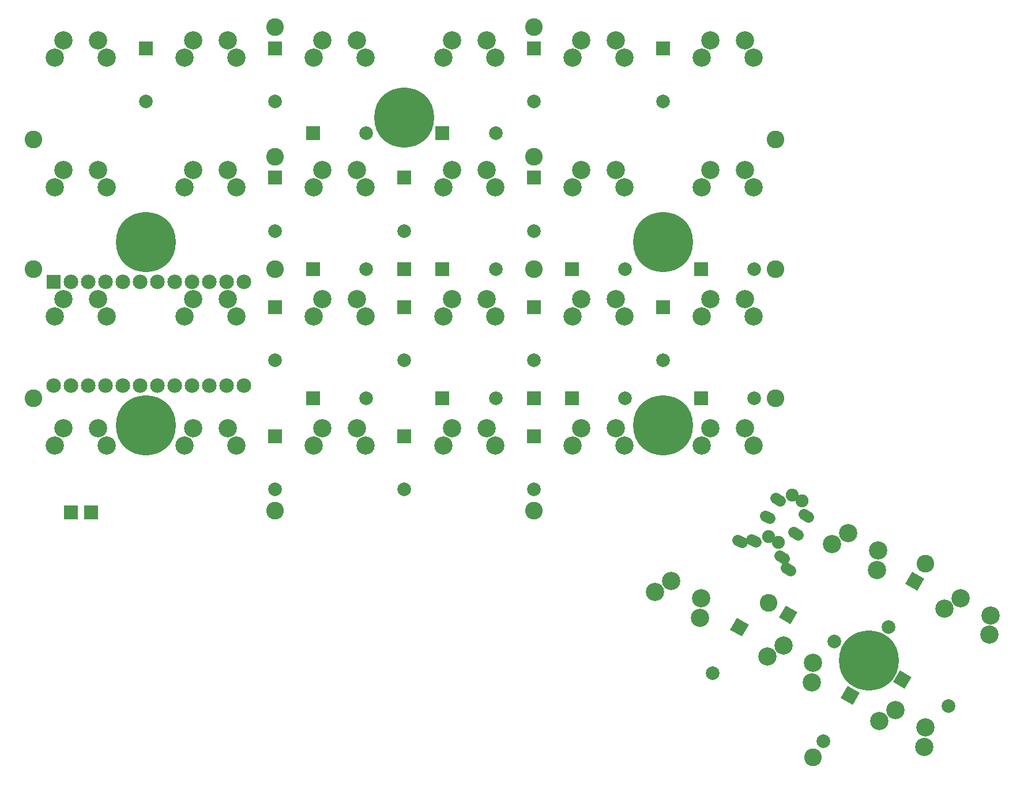
<source format=gbs>
G04 #@! TF.FileFunction,Soldermask,Bot*
%FSLAX46Y46*%
G04 Gerber Fmt 4.6, Leading zero omitted, Abs format (unit mm)*
G04 Created by KiCad (PCBNEW 4.0.7) date 2017 December 06, Wednesday 22:25:54*
%MOMM*%
%LPD*%
G01*
G04 APERTURE LIST*
%ADD10C,0.100000*%
%ADD11C,2.600000*%
%ADD12C,2.686000*%
%ADD13C,8.800000*%
%ADD14C,2.000000*%
%ADD15R,2.000000X2.000000*%
%ADD16C,1.900000*%
%ADD17C,1.600000*%
%ADD18R,2.100000X2.100000*%
%ADD19R,2.152600X2.152600*%
%ADD20C,2.152600*%
G04 APERTURE END LIST*
D10*
D11*
X155500000Y-67500000D03*
X155500000Y-51000000D03*
X117500000Y-51000000D03*
D12*
X181460000Y-71920000D03*
X186540000Y-71920000D03*
X187810000Y-74460000D03*
X180190000Y-74460000D03*
D13*
X136500000Y-45250000D03*
D11*
X82000000Y-67500000D03*
X191000000Y-67500000D03*
D13*
X174500000Y-63500000D03*
X98500000Y-63500000D03*
D11*
X82000000Y-48500000D03*
X117500000Y-67500000D03*
X155500000Y-32000000D03*
X117500000Y-103000000D03*
D10*
G36*
X211083975Y-112006476D02*
X212816025Y-113006476D01*
X211816025Y-114738526D01*
X210083975Y-113738526D01*
X211083975Y-112006476D01*
X211083975Y-112006476D01*
G37*
D14*
X207550000Y-120127499D03*
D12*
X105460000Y-71920000D03*
X110540000Y-71920000D03*
X111810000Y-74460000D03*
X104190000Y-74460000D03*
X181460000Y-52920000D03*
X186540000Y-52920000D03*
X187810000Y-55460000D03*
X180190000Y-55460000D03*
D13*
X204750000Y-125000000D03*
D12*
X105460000Y-52920000D03*
X110540000Y-52920000D03*
X111810000Y-55460000D03*
X104190000Y-55460000D03*
D13*
X98500000Y-90500000D03*
D12*
X162460000Y-71920000D03*
X167540000Y-71920000D03*
X168810000Y-74460000D03*
X161190000Y-74460000D03*
X86460000Y-71920000D03*
X91540000Y-71920000D03*
X92810000Y-74460000D03*
X85190000Y-74460000D03*
D15*
X174500000Y-35100000D03*
D14*
X174500000Y-42900000D03*
D15*
X117500000Y-54100000D03*
D14*
X117500000Y-61900000D03*
D15*
X123100000Y-67500000D03*
D14*
X130900000Y-67500000D03*
D15*
X136500000Y-54100000D03*
D14*
X136500000Y-61900000D03*
D15*
X142100000Y-67500000D03*
D14*
X149900000Y-67500000D03*
D15*
X155500000Y-54100000D03*
D14*
X155500000Y-61900000D03*
D15*
X180100000Y-67500000D03*
D14*
X187900000Y-67500000D03*
D15*
X117500000Y-73100000D03*
D14*
X117500000Y-80900000D03*
D15*
X136500000Y-73100000D03*
D14*
X136500000Y-80900000D03*
D15*
X142100000Y-86500000D03*
D14*
X149900000Y-86500000D03*
D15*
X155500000Y-73100000D03*
D14*
X155500000Y-80900000D03*
D15*
X161100000Y-67500000D03*
D14*
X168900000Y-67500000D03*
D15*
X174500000Y-73100000D03*
D14*
X174500000Y-80900000D03*
D15*
X117500000Y-92100000D03*
D14*
X117500000Y-99900000D03*
D15*
X123100000Y-86500000D03*
D14*
X130900000Y-86500000D03*
D15*
X136500000Y-92100000D03*
D14*
X136500000Y-99900000D03*
D15*
X155500000Y-92100000D03*
D14*
X155500000Y-99900000D03*
D15*
X161100000Y-86500000D03*
D14*
X168900000Y-86500000D03*
D10*
G36*
X185333975Y-118756476D02*
X187066025Y-119756476D01*
X186066025Y-121488526D01*
X184333975Y-120488526D01*
X185333975Y-118756476D01*
X185333975Y-118756476D01*
G37*
D14*
X181800000Y-126877499D03*
D10*
G36*
X201583975Y-128756476D02*
X203316025Y-129756476D01*
X202316025Y-131488526D01*
X200583975Y-130488526D01*
X201583975Y-128756476D01*
X201583975Y-128756476D01*
G37*
D14*
X198050000Y-136877499D03*
D10*
G36*
X208256476Y-128166025D02*
X209256476Y-126433975D01*
X210988526Y-127433975D01*
X209988526Y-129166025D01*
X208256476Y-128166025D01*
X208256476Y-128166025D01*
G37*
D14*
X216377499Y-131700000D03*
D10*
G36*
X191506476Y-118666025D02*
X192506476Y-116933975D01*
X194238526Y-117933975D01*
X193238526Y-119666025D01*
X191506476Y-118666025D01*
X191506476Y-118666025D01*
G37*
D14*
X199627499Y-122200000D03*
D16*
X191416923Y-107626907D03*
X194916923Y-101564729D03*
D17*
X190955930Y-101125369D02*
X191648750Y-101525369D01*
X189455930Y-103723446D02*
X190148750Y-104123446D01*
X187455930Y-107187547D02*
X188148750Y-107587547D01*
X192535095Y-111390175D02*
X193227915Y-111790175D01*
X186126507Y-107690175D02*
X185433687Y-107290175D01*
X192305672Y-109987547D02*
X191612852Y-109587547D01*
X194305672Y-106523446D02*
X193612852Y-106123446D01*
X195805672Y-103925369D02*
X195112852Y-103525369D01*
D16*
X193444680Y-100714729D03*
X189944680Y-106776907D03*
D12*
X86460000Y-52920000D03*
X91540000Y-52920000D03*
X92810000Y-55460000D03*
X85190000Y-55460000D03*
X124460000Y-52920000D03*
X129540000Y-52920000D03*
X130810000Y-55460000D03*
X123190000Y-55460000D03*
X143460000Y-52920000D03*
X148540000Y-52920000D03*
X149810000Y-55460000D03*
X142190000Y-55460000D03*
X162460000Y-52920000D03*
X167540000Y-52920000D03*
X168810000Y-55460000D03*
X161190000Y-55460000D03*
X124460000Y-71920000D03*
X129540000Y-71920000D03*
X130810000Y-74460000D03*
X123190000Y-74460000D03*
X143460000Y-71920000D03*
X148540000Y-71920000D03*
X149810000Y-74460000D03*
X142190000Y-74460000D03*
X86460000Y-90920000D03*
X91540000Y-90920000D03*
X92810000Y-93460000D03*
X85190000Y-93460000D03*
X105460000Y-90920000D03*
X110540000Y-90920000D03*
X111810000Y-93460000D03*
X104190000Y-93460000D03*
X124460000Y-90920000D03*
X129540000Y-90920000D03*
X130810000Y-93460000D03*
X123190000Y-93460000D03*
X143460000Y-90920000D03*
X148540000Y-90920000D03*
X149810000Y-93460000D03*
X142190000Y-93460000D03*
X162460000Y-90920000D03*
X167540000Y-90920000D03*
X168810000Y-93460000D03*
X161190000Y-93460000D03*
X181460000Y-90920000D03*
X186540000Y-90920000D03*
X187810000Y-93460000D03*
X180190000Y-93460000D03*
X175640295Y-113330591D03*
X180039705Y-115870591D03*
X179869557Y-118705295D03*
X173270443Y-114895295D03*
X192140295Y-122830591D03*
X196539705Y-125370591D03*
X196369557Y-128205295D03*
X189770443Y-124395295D03*
X208640295Y-132330591D03*
X213039705Y-134870591D03*
X212869557Y-137705295D03*
X206270443Y-133895295D03*
X218140295Y-115830591D03*
X222539705Y-118370591D03*
X222369557Y-121205295D03*
X215770443Y-117395295D03*
X201640295Y-106330591D03*
X206039705Y-108870591D03*
X205869557Y-111705295D03*
X199270443Y-107895295D03*
D18*
X155500000Y-86500000D03*
X90500000Y-103250000D03*
X87500000Y-103250000D03*
X136500000Y-67500000D03*
D11*
X117500000Y-32000000D03*
X190000000Y-116500000D03*
X196500000Y-139250000D03*
X213000000Y-110750000D03*
X191000000Y-86500000D03*
X191000000Y-48500000D03*
X155500000Y-103000000D03*
X82000000Y-86500000D03*
D13*
X174500000Y-90500000D03*
D19*
X85030000Y-69380000D03*
D20*
X87570000Y-69380000D03*
X90110000Y-69380000D03*
X92650000Y-69380000D03*
X95190000Y-69380000D03*
X97730000Y-69380000D03*
X100270000Y-69380000D03*
X102810000Y-69380000D03*
X105350000Y-69380000D03*
X107890000Y-69380000D03*
X110430000Y-69380000D03*
X112970000Y-84620000D03*
X110430000Y-84620000D03*
X107890000Y-84620000D03*
X105350000Y-84620000D03*
X102810000Y-84620000D03*
X100270000Y-84620000D03*
X97730000Y-84620000D03*
X95190000Y-84620000D03*
X92650000Y-84620000D03*
X90110000Y-84620000D03*
X87570000Y-84620000D03*
X112970000Y-69380000D03*
X85030000Y-84620000D03*
D15*
X98500000Y-35100000D03*
D14*
X98500000Y-42900000D03*
D15*
X117500000Y-35100000D03*
D14*
X117500000Y-42900000D03*
D15*
X123100000Y-47500000D03*
D14*
X130900000Y-47500000D03*
D15*
X142100000Y-47500000D03*
D14*
X149900000Y-47500000D03*
D15*
X155500000Y-35100000D03*
D14*
X155500000Y-42900000D03*
D12*
X86460000Y-33920000D03*
X91540000Y-33920000D03*
X92810000Y-36460000D03*
X85190000Y-36460000D03*
X105460000Y-33920000D03*
X110540000Y-33920000D03*
X111810000Y-36460000D03*
X104190000Y-36460000D03*
X124460000Y-33920000D03*
X129540000Y-33920000D03*
X130810000Y-36460000D03*
X123190000Y-36460000D03*
X143460000Y-33920000D03*
X148540000Y-33920000D03*
X149810000Y-36460000D03*
X142190000Y-36460000D03*
X162460000Y-33920000D03*
X167540000Y-33920000D03*
X168810000Y-36460000D03*
X161190000Y-36460000D03*
X181460000Y-33920000D03*
X186540000Y-33920000D03*
X187810000Y-36460000D03*
X180190000Y-36460000D03*
D15*
X180100000Y-86500000D03*
D14*
X187900000Y-86500000D03*
M02*

</source>
